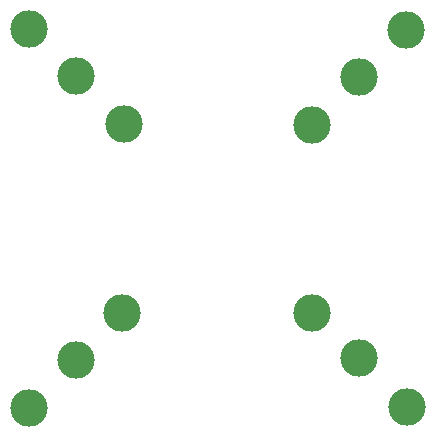
<source format=gbr>
G04 #@! TF.FileFunction,Paste,Bot*
%FSLAX46Y46*%
G04 Gerber Fmt 4.6, Leading zero omitted, Abs format (unit mm)*
G04 Created by KiCad (PCBNEW 4.0.6) date 05/08/17 07:32:33*
%MOMM*%
%LPD*%
G01*
G04 APERTURE LIST*
%ADD10C,0.100000*%
%ADD11C,2.540000*%
%ADD12C,3.175000*%
G04 APERTURE END LIST*
D10*
D11*
X225707100Y-117285900D03*
D12*
X225707100Y-117285900D03*
D11*
X249703100Y-117110900D03*
D12*
X249703100Y-117110900D03*
D11*
X249700100Y-93294900D03*
D12*
X249700100Y-93294900D03*
D11*
X225779100Y-93237900D03*
D12*
X225779100Y-93237900D03*
D11*
X245730100Y-113257900D03*
D12*
X245730100Y-113257900D03*
D11*
X229670100Y-113285900D03*
D12*
X229670100Y-113285900D03*
D11*
X245697100Y-97322900D03*
D12*
X245697100Y-97322900D03*
D11*
X229771100Y-97283900D03*
D12*
X229771100Y-97283900D03*
D11*
X253761100Y-121206900D03*
D12*
X253761100Y-121206900D03*
D11*
X221799100Y-121302900D03*
D12*
X221799100Y-121302900D03*
D11*
X253667100Y-89292900D03*
D12*
X253667100Y-89292900D03*
D11*
X221779100Y-89231900D03*
D12*
X221779100Y-89231900D03*
M02*

</source>
